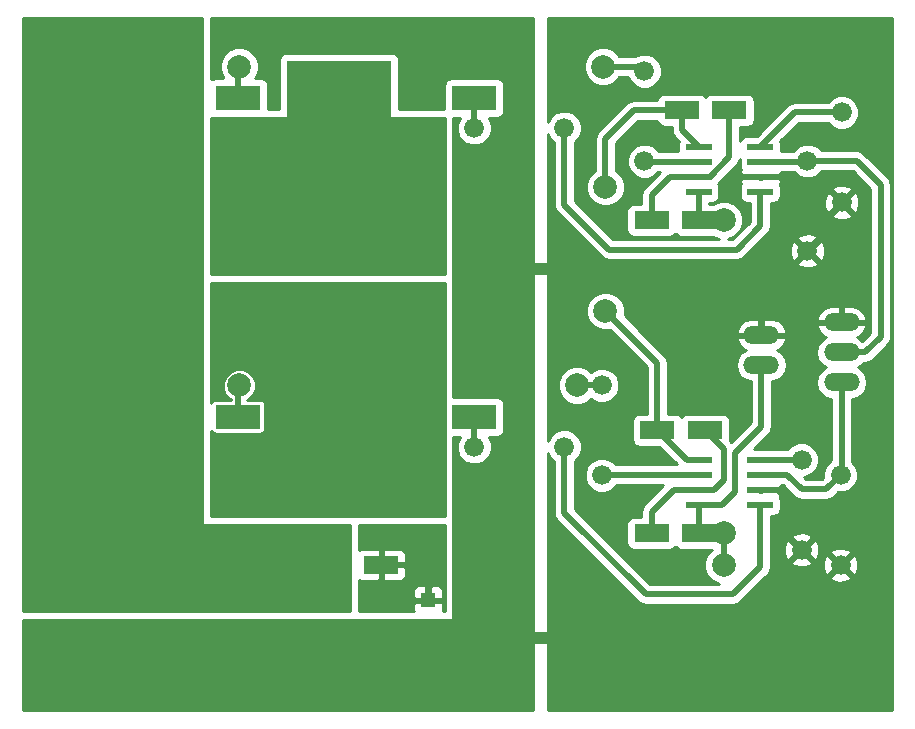
<source format=gbr>
G04 #@! TF.FileFunction,Copper,L2,Bot,Signal*
%FSLAX46Y46*%
G04 Gerber Fmt 4.6, Leading zero omitted, Abs format (unit mm)*
G04 Created by KiCad (PCBNEW 4.0.1-stable) date 2016/02/04 17:10:09*
%MOMM*%
G01*
G04 APERTURE LIST*
%ADD10C,0.100000*%
%ADD11C,1.676400*%
%ADD12R,3.810000X2.082800*%
%ADD13R,8.890000X11.430000*%
%ADD14R,2.999740X1.501140*%
%ADD15R,1.300000X1.300000*%
%ADD16C,1.300000*%
%ADD17R,2.540000X2.540000*%
%ADD18C,2.540000*%
%ADD19O,3.014980X1.506220*%
%ADD20R,2.200000X0.600000*%
%ADD21C,2.000000*%
%ADD22C,0.500000*%
%ADD23C,1.000000*%
%ADD24C,0.254000*%
G04 APERTURE END LIST*
D10*
D11*
X67100000Y-20410000D03*
X67100000Y-12790000D03*
D12*
X38890000Y-7460000D03*
X38890000Y-12540000D03*
D13*
X27460000Y-10000000D03*
D14*
X60498980Y-8500000D03*
X56501020Y-8500000D03*
X58398980Y-35600000D03*
X54401020Y-35600000D03*
D15*
X26000000Y-49000000D03*
D16*
X26000000Y-54000000D03*
D15*
X15000000Y-49000000D03*
D16*
X15000000Y-54000000D03*
X35000000Y-52500000D03*
D15*
X35000000Y-50000000D03*
D14*
X57898980Y-17800000D03*
X53901020Y-17800000D03*
X57898980Y-44300000D03*
X53901020Y-44300000D03*
X27001020Y-47000000D03*
X30998980Y-47000000D03*
D17*
X5000000Y-53540000D03*
D18*
X5000000Y-48460000D03*
D17*
X28000000Y-25540000D03*
D18*
X28000000Y-20460000D03*
D19*
X70000000Y-26460000D03*
X70000000Y-29000000D03*
X70000000Y-31540000D03*
X63200000Y-27530000D03*
X63200000Y-30070000D03*
D12*
X18890000Y-7460000D03*
X18890000Y-12540000D03*
D13*
X7460000Y-10000000D03*
D12*
X18890000Y-34460000D03*
X18890000Y-39540000D03*
D13*
X7460000Y-37000000D03*
D12*
X38890000Y-34460000D03*
X38890000Y-39540000D03*
D13*
X27460000Y-37000000D03*
D20*
X57900000Y-15405000D03*
X57900000Y-14135000D03*
X57900000Y-12865000D03*
X57900000Y-11595000D03*
X63100000Y-11595000D03*
X63100000Y-12865000D03*
X63100000Y-14135000D03*
X63100000Y-15405000D03*
X57900000Y-41905000D03*
X57900000Y-40635000D03*
X57900000Y-39365000D03*
X57900000Y-38095000D03*
X63100000Y-38095000D03*
X63100000Y-39365000D03*
X63100000Y-40635000D03*
X63100000Y-41905000D03*
D11*
X69900000Y-47010000D03*
X69900000Y-39390000D03*
X70000000Y-8690000D03*
X70000000Y-16310000D03*
X66600000Y-38090000D03*
X66600000Y-45710000D03*
X38890000Y-10000000D03*
X46510000Y-10000000D03*
X38890000Y-37000000D03*
X46510000Y-37000000D03*
X53300000Y-5190000D03*
X53300000Y-12810000D03*
X49700000Y-31790000D03*
X49700000Y-39410000D03*
D21*
X50000000Y-15000000D03*
X35000000Y-15000000D03*
X50000000Y-25500000D03*
X35000000Y-25500000D03*
X60000000Y-47000000D03*
X60000000Y-44300000D03*
X60000000Y-17800000D03*
X35000000Y-47000000D03*
X49800000Y-4800000D03*
X19000000Y-4800000D03*
X47600000Y-31800000D03*
X19000000Y-31800000D03*
D22*
X55465000Y-14135000D02*
X57900000Y-14135000D01*
X60498980Y-8500000D02*
X60498980Y-12501020D01*
X60498980Y-12501020D02*
X58865000Y-14135000D01*
X58865000Y-14135000D02*
X57900000Y-14135000D01*
X53901020Y-17800000D02*
X53901020Y-15698980D01*
X53901020Y-15698980D02*
X55465000Y-14135000D01*
X52400000Y-8500000D02*
X56501020Y-8500000D01*
X50000000Y-10900000D02*
X52400000Y-8500000D01*
X50000000Y-15000000D02*
X50000000Y-10900000D01*
X28000000Y-16300000D02*
X33700000Y-16300000D01*
X33700000Y-16300000D02*
X35000000Y-15000000D01*
X56501020Y-8500000D02*
X56501020Y-10196020D01*
X56501020Y-10196020D02*
X57900000Y-11595000D01*
X18890000Y-12540000D02*
X24920000Y-12540000D01*
X24920000Y-12540000D02*
X27460000Y-10000000D01*
X28000000Y-20460000D02*
X28000000Y-16300000D01*
X28000000Y-16300000D02*
X28000000Y-10540000D01*
X28000000Y-10540000D02*
X27460000Y-10000000D01*
X25920000Y-12540000D02*
X27460000Y-11000000D01*
X28000000Y-11540000D02*
X27460000Y-11000000D01*
X60000000Y-37900000D02*
X60000000Y-37200000D01*
X60000000Y-37200000D02*
X58400000Y-35600000D01*
X58400000Y-35600000D02*
X58398980Y-35600000D01*
X60000000Y-37900000D02*
X60000000Y-39800000D01*
X60000000Y-39800000D02*
X59165000Y-40635000D01*
X59165000Y-40635000D02*
X57900000Y-40635000D01*
X53901020Y-44300000D02*
X53901020Y-42498980D01*
X55765000Y-40635000D02*
X57900000Y-40635000D01*
X53901020Y-42498980D02*
X55765000Y-40635000D01*
X57900000Y-38095000D02*
X56896020Y-38095000D01*
X56896020Y-38095000D02*
X54401020Y-35600000D01*
X54401020Y-35600000D02*
X54401020Y-29901020D01*
X34960000Y-25540000D02*
X35000000Y-25500000D01*
X34960000Y-25540000D02*
X28000000Y-25540000D01*
X54401020Y-29901020D02*
X50000000Y-25500000D01*
X18890000Y-39540000D02*
X24920000Y-39540000D01*
X24920000Y-39540000D02*
X27460000Y-37000000D01*
X28000000Y-25540000D02*
X28000000Y-36460000D01*
X28000000Y-36460000D02*
X27460000Y-37000000D01*
X5000000Y-48460000D02*
X5000000Y-39460000D01*
X5000000Y-39460000D02*
X7460000Y-37000000D01*
X15000000Y-49000000D02*
X5540000Y-49000000D01*
X5540000Y-49000000D02*
X5000000Y-48460000D01*
X26000000Y-49000000D02*
X15000000Y-49000000D01*
X26000000Y-49000000D02*
X26000000Y-48001020D01*
X26000000Y-48001020D02*
X27001020Y-47000000D01*
X7460000Y-10000000D02*
X7460000Y-37000000D01*
X63200000Y-27530000D02*
X63200000Y-21900000D01*
X63200000Y-21900000D02*
X63200000Y-22200000D01*
X63200000Y-22200000D02*
X63200000Y-21900000D01*
X70000000Y-26460000D02*
X70000000Y-19000000D01*
X71300000Y-17600000D02*
X71300000Y-18600000D01*
X71300000Y-18600000D02*
X70900000Y-19000000D01*
X70000000Y-19000000D02*
X70000000Y-19200000D01*
X70000000Y-19200000D02*
X70000000Y-19000000D01*
X62810000Y-49500000D02*
X67410000Y-49500000D01*
X67410000Y-49500000D02*
X69900000Y-47010000D01*
X65050000Y-41050000D02*
X65050000Y-44160000D01*
X65050000Y-44160000D02*
X66600000Y-45710000D01*
X69900000Y-47010000D02*
X69790000Y-47010000D01*
X66600000Y-45710000D02*
X66600000Y-45700000D01*
X68500000Y-17400000D02*
X68500000Y-19000000D01*
X65235000Y-14135000D02*
X68500000Y-17400000D01*
X63100000Y-14135000D02*
X65235000Y-14135000D01*
X68500000Y-19000000D02*
X70000000Y-19000000D01*
X70000000Y-19000000D02*
X70900000Y-19000000D01*
X67100000Y-20400000D02*
X68500000Y-19000000D01*
X67100000Y-20410000D02*
X67100000Y-20400000D01*
X70010000Y-16310000D02*
X71300000Y-17600000D01*
X70000000Y-16310000D02*
X70010000Y-16310000D01*
D23*
X38890000Y-12540000D02*
X38890000Y-18590000D01*
X48600000Y-21900000D02*
X63200000Y-21900000D01*
X63200000Y-21900000D02*
X65610000Y-21900000D01*
X38890000Y-18590000D02*
X42200000Y-21900000D01*
X42200000Y-21900000D02*
X48600000Y-21900000D01*
X38890000Y-39540000D02*
X38890000Y-50390000D01*
X59110000Y-53200000D02*
X62810000Y-49500000D01*
X38890000Y-50390000D02*
X41700000Y-53200000D01*
X41700000Y-53200000D02*
X59110000Y-53200000D01*
D22*
X38890000Y-12540000D02*
X39240000Y-12540000D01*
X65610000Y-21900000D02*
X67100000Y-20410000D01*
X63100000Y-40635000D02*
X64635000Y-40635000D01*
X64635000Y-40635000D02*
X65050000Y-41050000D01*
X26000000Y-54000000D02*
X34500000Y-54000000D01*
X34500000Y-54000000D02*
X35000000Y-53500000D01*
X15000000Y-54000000D02*
X26000000Y-54000000D01*
X15000000Y-54000000D02*
X5460000Y-54000000D01*
X5460000Y-54000000D02*
X5000000Y-53540000D01*
X62810000Y-49500000D02*
X66600000Y-45710000D01*
X63200000Y-30070000D02*
X63200000Y-35300000D01*
X59895000Y-41905000D02*
X57900000Y-41905000D01*
X61000000Y-40800000D02*
X59895000Y-41905000D01*
X61000000Y-37500000D02*
X61000000Y-40800000D01*
X63200000Y-35300000D02*
X61000000Y-37500000D01*
X35000000Y-50000000D02*
X35000000Y-47000000D01*
X57898980Y-44300000D02*
X57898980Y-41906020D01*
X57898980Y-41906020D02*
X57900000Y-41905000D01*
X60000000Y-44300000D02*
X60000000Y-47000000D01*
X60000000Y-44300000D02*
X57898980Y-44300000D01*
X57898980Y-17800000D02*
X60000000Y-17800000D01*
X57898980Y-17800000D02*
X57898980Y-15406020D01*
X57898980Y-15406020D02*
X57900000Y-15405000D01*
X30998980Y-47000000D02*
X35000000Y-47000000D01*
X30998980Y-47000000D02*
X32000000Y-47000000D01*
X30998980Y-47000000D02*
X31000000Y-47000000D01*
X70000000Y-29000000D02*
X72000000Y-29000000D01*
X71290000Y-12790000D02*
X67100000Y-12790000D01*
X73300000Y-14800000D02*
X73300000Y-23400000D01*
X71290000Y-12790000D02*
X73300000Y-14800000D01*
X73300000Y-27700000D02*
X73300000Y-23400000D01*
X72000000Y-29000000D02*
X73300000Y-27700000D01*
X63100000Y-12865000D02*
X67025000Y-12865000D01*
X67025000Y-12865000D02*
X67100000Y-12790000D01*
X70000000Y-31540000D02*
X70000000Y-39290000D01*
X70000000Y-39290000D02*
X69900000Y-39390000D01*
X69900000Y-39390000D02*
X69910000Y-39390000D01*
X68690000Y-40600000D02*
X69900000Y-39390000D01*
X66600000Y-40600000D02*
X68690000Y-40600000D01*
X63100000Y-39365000D02*
X65365000Y-39365000D01*
X65365000Y-39365000D02*
X66600000Y-40600000D01*
X49800000Y-4800000D02*
X52910000Y-4800000D01*
X52910000Y-4800000D02*
X53300000Y-5190000D01*
X18890000Y-7460000D02*
X18890000Y-4910000D01*
X18890000Y-4910000D02*
X19000000Y-4800000D01*
X49800000Y-4800000D02*
X49700000Y-4800000D01*
X38890000Y-7460000D02*
X38890000Y-10000000D01*
X49700000Y-31790000D02*
X47610000Y-31790000D01*
X47610000Y-31790000D02*
X47600000Y-31800000D01*
X18890000Y-34460000D02*
X18890000Y-31910000D01*
X18890000Y-31910000D02*
X19000000Y-31800000D01*
X38890000Y-34460000D02*
X38890000Y-37000000D01*
X70000000Y-8690000D02*
X66005000Y-8690000D01*
X66005000Y-8690000D02*
X63100000Y-11595000D01*
X66595000Y-38095000D02*
X66600000Y-38090000D01*
X63100000Y-38095000D02*
X66595000Y-38095000D01*
X46510000Y-10000000D02*
X46510000Y-16510000D01*
X63100000Y-18300000D02*
X63100000Y-15405000D01*
X61100000Y-20300000D02*
X63100000Y-18300000D01*
X50300000Y-20300000D02*
X61100000Y-20300000D01*
X46510000Y-16510000D02*
X50300000Y-20300000D01*
X63100000Y-47200000D02*
X63100000Y-41905000D01*
X60800000Y-49500000D02*
X63100000Y-47200000D01*
X53400000Y-49500000D02*
X60800000Y-49500000D01*
X46510000Y-37000000D02*
X46510000Y-42610000D01*
X46510000Y-42610000D02*
X53400000Y-49500000D01*
X57900000Y-12865000D02*
X53355000Y-12865000D01*
X53355000Y-12865000D02*
X53300000Y-12810000D01*
X57900000Y-39365000D02*
X49745000Y-39365000D01*
X49745000Y-39365000D02*
X49700000Y-39410000D01*
D24*
G36*
X36373000Y-22373000D02*
X16627000Y-22373000D01*
X16627000Y-9127000D01*
X36373000Y-9127000D01*
X36373000Y-22373000D01*
X36373000Y-22373000D01*
G37*
X36373000Y-22373000D02*
X16627000Y-22373000D01*
X16627000Y-9127000D01*
X36373000Y-9127000D01*
X36373000Y-22373000D01*
G36*
X36373000Y-42873000D02*
X16627000Y-42873000D01*
X16627000Y-35648646D01*
X16706546Y-35772265D01*
X16833866Y-35859259D01*
X16985000Y-35889864D01*
X20795000Y-35889864D01*
X20936190Y-35863297D01*
X21065865Y-35779854D01*
X21152859Y-35652534D01*
X21183464Y-35501400D01*
X21183464Y-33418600D01*
X21156897Y-33277410D01*
X21073454Y-33147735D01*
X20946134Y-33060741D01*
X20795000Y-33030136D01*
X19639189Y-33030136D01*
X19781251Y-32971437D01*
X20170072Y-32583295D01*
X20380759Y-32075903D01*
X20381239Y-31526507D01*
X20171437Y-31018749D01*
X19783295Y-30629928D01*
X19275903Y-30419241D01*
X18726507Y-30418761D01*
X18218749Y-30628563D01*
X17829928Y-31016705D01*
X17619241Y-31524097D01*
X17618761Y-32073493D01*
X17828563Y-32581251D01*
X18216705Y-32970072D01*
X18259000Y-32987634D01*
X18259000Y-33030136D01*
X16985000Y-33030136D01*
X16843810Y-33056703D01*
X16714135Y-33140146D01*
X16627141Y-33267466D01*
X16627000Y-33268162D01*
X16627000Y-23127000D01*
X36373000Y-23127000D01*
X36373000Y-42873000D01*
X36373000Y-42873000D01*
G37*
X36373000Y-42873000D02*
X16627000Y-42873000D01*
X16627000Y-35648646D01*
X16706546Y-35772265D01*
X16833866Y-35859259D01*
X16985000Y-35889864D01*
X20795000Y-35889864D01*
X20936190Y-35863297D01*
X21065865Y-35779854D01*
X21152859Y-35652534D01*
X21183464Y-35501400D01*
X21183464Y-33418600D01*
X21156897Y-33277410D01*
X21073454Y-33147735D01*
X20946134Y-33060741D01*
X20795000Y-33030136D01*
X19639189Y-33030136D01*
X19781251Y-32971437D01*
X20170072Y-32583295D01*
X20380759Y-32075903D01*
X20381239Y-31526507D01*
X20171437Y-31018749D01*
X19783295Y-30629928D01*
X19275903Y-30419241D01*
X18726507Y-30418761D01*
X18218749Y-30628563D01*
X17829928Y-31016705D01*
X17619241Y-31524097D01*
X17618761Y-32073493D01*
X17828563Y-32581251D01*
X18216705Y-32970072D01*
X18259000Y-32987634D01*
X18259000Y-33030136D01*
X16985000Y-33030136D01*
X16843810Y-33056703D01*
X16714135Y-33140146D01*
X16627141Y-33267466D01*
X16627000Y-33268162D01*
X16627000Y-23127000D01*
X36373000Y-23127000D01*
X36373000Y-42873000D01*
G36*
X36373000Y-50873000D02*
X36244949Y-50873000D01*
X36285000Y-50776309D01*
X36285000Y-50285750D01*
X36126250Y-50127000D01*
X35127000Y-50127000D01*
X35127000Y-50147000D01*
X34873000Y-50147000D01*
X34873000Y-50127000D01*
X33873750Y-50127000D01*
X33715000Y-50285750D01*
X33715000Y-50776309D01*
X33755051Y-50873000D01*
X29127000Y-50873000D01*
X29127000Y-49223691D01*
X33715000Y-49223691D01*
X33715000Y-49714250D01*
X33873750Y-49873000D01*
X34873000Y-49873000D01*
X34873000Y-48873750D01*
X35127000Y-48873750D01*
X35127000Y-49873000D01*
X36126250Y-49873000D01*
X36285000Y-49714250D01*
X36285000Y-49223691D01*
X36188327Y-48990302D01*
X36009699Y-48811673D01*
X35776310Y-48715000D01*
X35285750Y-48715000D01*
X35127000Y-48873750D01*
X34873000Y-48873750D01*
X34714250Y-48715000D01*
X34223690Y-48715000D01*
X33990301Y-48811673D01*
X33811673Y-48990302D01*
X33715000Y-49223691D01*
X29127000Y-49223691D01*
X29127000Y-48276485D01*
X29139412Y-48288897D01*
X29372801Y-48385570D01*
X30713230Y-48385570D01*
X30871980Y-48226820D01*
X30871980Y-47127000D01*
X31125980Y-47127000D01*
X31125980Y-48226820D01*
X31284730Y-48385570D01*
X32625159Y-48385570D01*
X32858548Y-48288897D01*
X33037177Y-48110269D01*
X33133850Y-47876880D01*
X33133850Y-47285750D01*
X32975100Y-47127000D01*
X31125980Y-47127000D01*
X30871980Y-47127000D01*
X30851980Y-47127000D01*
X30851980Y-46873000D01*
X30871980Y-46873000D01*
X30871980Y-45773180D01*
X31125980Y-45773180D01*
X31125980Y-46873000D01*
X32975100Y-46873000D01*
X33133850Y-46714250D01*
X33133850Y-46123120D01*
X33037177Y-45889731D01*
X32858548Y-45711103D01*
X32625159Y-45614430D01*
X31284730Y-45614430D01*
X31125980Y-45773180D01*
X30871980Y-45773180D01*
X30713230Y-45614430D01*
X29372801Y-45614430D01*
X29139412Y-45711103D01*
X29127000Y-45723515D01*
X29127000Y-43627000D01*
X36373000Y-43627000D01*
X36373000Y-50873000D01*
X36373000Y-50873000D01*
G37*
X36373000Y-50873000D02*
X36244949Y-50873000D01*
X36285000Y-50776309D01*
X36285000Y-50285750D01*
X36126250Y-50127000D01*
X35127000Y-50127000D01*
X35127000Y-50147000D01*
X34873000Y-50147000D01*
X34873000Y-50127000D01*
X33873750Y-50127000D01*
X33715000Y-50285750D01*
X33715000Y-50776309D01*
X33755051Y-50873000D01*
X29127000Y-50873000D01*
X29127000Y-49223691D01*
X33715000Y-49223691D01*
X33715000Y-49714250D01*
X33873750Y-49873000D01*
X34873000Y-49873000D01*
X34873000Y-48873750D01*
X35127000Y-48873750D01*
X35127000Y-49873000D01*
X36126250Y-49873000D01*
X36285000Y-49714250D01*
X36285000Y-49223691D01*
X36188327Y-48990302D01*
X36009699Y-48811673D01*
X35776310Y-48715000D01*
X35285750Y-48715000D01*
X35127000Y-48873750D01*
X34873000Y-48873750D01*
X34714250Y-48715000D01*
X34223690Y-48715000D01*
X33990301Y-48811673D01*
X33811673Y-48990302D01*
X33715000Y-49223691D01*
X29127000Y-49223691D01*
X29127000Y-48276485D01*
X29139412Y-48288897D01*
X29372801Y-48385570D01*
X30713230Y-48385570D01*
X30871980Y-48226820D01*
X30871980Y-47127000D01*
X31125980Y-47127000D01*
X31125980Y-48226820D01*
X31284730Y-48385570D01*
X32625159Y-48385570D01*
X32858548Y-48288897D01*
X33037177Y-48110269D01*
X33133850Y-47876880D01*
X33133850Y-47285750D01*
X32975100Y-47127000D01*
X31125980Y-47127000D01*
X30871980Y-47127000D01*
X30851980Y-47127000D01*
X30851980Y-46873000D01*
X30871980Y-46873000D01*
X30871980Y-45773180D01*
X31125980Y-45773180D01*
X31125980Y-46873000D01*
X32975100Y-46873000D01*
X33133850Y-46714250D01*
X33133850Y-46123120D01*
X33037177Y-45889731D01*
X32858548Y-45711103D01*
X32625159Y-45614430D01*
X31284730Y-45614430D01*
X31125980Y-45773180D01*
X30871980Y-45773180D01*
X30713230Y-45614430D01*
X29372801Y-45614430D01*
X29139412Y-45711103D01*
X29127000Y-45723515D01*
X29127000Y-43627000D01*
X36373000Y-43627000D01*
X36373000Y-50873000D01*
G36*
X43873000Y-59290000D02*
X710000Y-59290000D01*
X710000Y-51627000D01*
X37000000Y-51627000D01*
X37049410Y-51616994D01*
X37091035Y-51588553D01*
X37118315Y-51546159D01*
X37127000Y-51500000D01*
X37127000Y-36148840D01*
X37657406Y-36148840D01*
X37641810Y-36164409D01*
X37417056Y-36705677D01*
X37416545Y-37291752D01*
X37640353Y-37833411D01*
X38054409Y-38248190D01*
X38595677Y-38472944D01*
X39181752Y-38473455D01*
X39723411Y-38249647D01*
X40138190Y-37835591D01*
X40362944Y-37294323D01*
X40363455Y-36708248D01*
X40139647Y-36166589D01*
X40121929Y-36148840D01*
X40795000Y-36148840D01*
X41030317Y-36104562D01*
X41246441Y-35965490D01*
X41391431Y-35753290D01*
X41442440Y-35501400D01*
X41442440Y-33418600D01*
X41398162Y-33183283D01*
X41259090Y-32967159D01*
X41046890Y-32822169D01*
X40795000Y-32771160D01*
X37127000Y-32771160D01*
X37127000Y-9148840D01*
X37657406Y-9148840D01*
X37641810Y-9164409D01*
X37417056Y-9705677D01*
X37416545Y-10291752D01*
X37640353Y-10833411D01*
X38054409Y-11248190D01*
X38595677Y-11472944D01*
X39181752Y-11473455D01*
X39723411Y-11249647D01*
X40138190Y-10835591D01*
X40362944Y-10294323D01*
X40363455Y-9708248D01*
X40139647Y-9166589D01*
X40121929Y-9148840D01*
X40795000Y-9148840D01*
X41030317Y-9104562D01*
X41246441Y-8965490D01*
X41391431Y-8753290D01*
X41442440Y-8501400D01*
X41442440Y-6418600D01*
X41398162Y-6183283D01*
X41259090Y-5967159D01*
X41046890Y-5822169D01*
X40795000Y-5771160D01*
X36985000Y-5771160D01*
X36749683Y-5815438D01*
X36533559Y-5954510D01*
X36388569Y-6166710D01*
X36337560Y-6418600D01*
X36337560Y-8373000D01*
X32552440Y-8373000D01*
X32552440Y-4285000D01*
X32508162Y-4049683D01*
X32369090Y-3833559D01*
X32156890Y-3688569D01*
X31905000Y-3637560D01*
X23015000Y-3637560D01*
X22779683Y-3681838D01*
X22563559Y-3820910D01*
X22418569Y-4033110D01*
X22367560Y-4285000D01*
X22367560Y-8373000D01*
X21442440Y-8373000D01*
X21442440Y-6418600D01*
X21398162Y-6183283D01*
X21259090Y-5967159D01*
X21046890Y-5822169D01*
X20795000Y-5771160D01*
X20341404Y-5771160D01*
X20385278Y-5727363D01*
X20634716Y-5126648D01*
X20635284Y-4476205D01*
X20386894Y-3875057D01*
X19927363Y-3414722D01*
X19326648Y-3165284D01*
X18676205Y-3164716D01*
X18075057Y-3413106D01*
X17614722Y-3872637D01*
X17365284Y-4473352D01*
X17364716Y-5123795D01*
X17613106Y-5724943D01*
X17659242Y-5771160D01*
X16985000Y-5771160D01*
X16749683Y-5815438D01*
X16627000Y-5894382D01*
X16627000Y-710000D01*
X43873000Y-710000D01*
X43873000Y-59290000D01*
X43873000Y-59290000D01*
G37*
X43873000Y-59290000D02*
X710000Y-59290000D01*
X710000Y-51627000D01*
X37000000Y-51627000D01*
X37049410Y-51616994D01*
X37091035Y-51588553D01*
X37118315Y-51546159D01*
X37127000Y-51500000D01*
X37127000Y-36148840D01*
X37657406Y-36148840D01*
X37641810Y-36164409D01*
X37417056Y-36705677D01*
X37416545Y-37291752D01*
X37640353Y-37833411D01*
X38054409Y-38248190D01*
X38595677Y-38472944D01*
X39181752Y-38473455D01*
X39723411Y-38249647D01*
X40138190Y-37835591D01*
X40362944Y-37294323D01*
X40363455Y-36708248D01*
X40139647Y-36166589D01*
X40121929Y-36148840D01*
X40795000Y-36148840D01*
X41030317Y-36104562D01*
X41246441Y-35965490D01*
X41391431Y-35753290D01*
X41442440Y-35501400D01*
X41442440Y-33418600D01*
X41398162Y-33183283D01*
X41259090Y-32967159D01*
X41046890Y-32822169D01*
X40795000Y-32771160D01*
X37127000Y-32771160D01*
X37127000Y-9148840D01*
X37657406Y-9148840D01*
X37641810Y-9164409D01*
X37417056Y-9705677D01*
X37416545Y-10291752D01*
X37640353Y-10833411D01*
X38054409Y-11248190D01*
X38595677Y-11472944D01*
X39181752Y-11473455D01*
X39723411Y-11249647D01*
X40138190Y-10835591D01*
X40362944Y-10294323D01*
X40363455Y-9708248D01*
X40139647Y-9166589D01*
X40121929Y-9148840D01*
X40795000Y-9148840D01*
X41030317Y-9104562D01*
X41246441Y-8965490D01*
X41391431Y-8753290D01*
X41442440Y-8501400D01*
X41442440Y-6418600D01*
X41398162Y-6183283D01*
X41259090Y-5967159D01*
X41046890Y-5822169D01*
X40795000Y-5771160D01*
X36985000Y-5771160D01*
X36749683Y-5815438D01*
X36533559Y-5954510D01*
X36388569Y-6166710D01*
X36337560Y-6418600D01*
X36337560Y-8373000D01*
X32552440Y-8373000D01*
X32552440Y-4285000D01*
X32508162Y-4049683D01*
X32369090Y-3833559D01*
X32156890Y-3688569D01*
X31905000Y-3637560D01*
X23015000Y-3637560D01*
X22779683Y-3681838D01*
X22563559Y-3820910D01*
X22418569Y-4033110D01*
X22367560Y-4285000D01*
X22367560Y-8373000D01*
X21442440Y-8373000D01*
X21442440Y-6418600D01*
X21398162Y-6183283D01*
X21259090Y-5967159D01*
X21046890Y-5822169D01*
X20795000Y-5771160D01*
X20341404Y-5771160D01*
X20385278Y-5727363D01*
X20634716Y-5126648D01*
X20635284Y-4476205D01*
X20386894Y-3875057D01*
X19927363Y-3414722D01*
X19326648Y-3165284D01*
X18676205Y-3164716D01*
X18075057Y-3413106D01*
X17614722Y-3872637D01*
X17365284Y-4473352D01*
X17364716Y-5123795D01*
X17613106Y-5724943D01*
X17659242Y-5771160D01*
X16985000Y-5771160D01*
X16749683Y-5815438D01*
X16627000Y-5894382D01*
X16627000Y-710000D01*
X43873000Y-710000D01*
X43873000Y-59290000D01*
G36*
X15873000Y-43500000D02*
X15883006Y-43549410D01*
X15911447Y-43591035D01*
X15953841Y-43618315D01*
X16000000Y-43627000D01*
X28373000Y-43627000D01*
X28373000Y-50873000D01*
X710000Y-50873000D01*
X710000Y-710000D01*
X15873000Y-710000D01*
X15873000Y-43500000D01*
X15873000Y-43500000D01*
G37*
X15873000Y-43500000D02*
X15883006Y-43549410D01*
X15911447Y-43591035D01*
X15953841Y-43618315D01*
X16000000Y-43627000D01*
X28373000Y-43627000D01*
X28373000Y-50873000D01*
X710000Y-50873000D01*
X710000Y-710000D01*
X15873000Y-710000D01*
X15873000Y-43500000D01*
G36*
X74290000Y-59290000D02*
X45127000Y-59290000D01*
X45127000Y-37510671D01*
X45260353Y-37833411D01*
X45625000Y-38198695D01*
X45625000Y-42609995D01*
X45624999Y-42610000D01*
X45681190Y-42892484D01*
X45692367Y-42948675D01*
X45783683Y-43085340D01*
X45884210Y-43235790D01*
X52774208Y-50125787D01*
X52774210Y-50125790D01*
X53061325Y-50317633D01*
X53400000Y-50385000D01*
X60799995Y-50385000D01*
X60800000Y-50385001D01*
X61082484Y-50328810D01*
X61138675Y-50317633D01*
X61425790Y-50125790D01*
X61425791Y-50125789D01*
X63506166Y-48045413D01*
X69044192Y-48045413D01*
X69123017Y-48295490D01*
X69674097Y-48494977D01*
X70259569Y-48468389D01*
X70676983Y-48295490D01*
X70755808Y-48045413D01*
X69900000Y-47189605D01*
X69044192Y-48045413D01*
X63506166Y-48045413D01*
X63725787Y-47825792D01*
X63725790Y-47825790D01*
X63917633Y-47538675D01*
X63985001Y-47200000D01*
X63985000Y-47199995D01*
X63985000Y-46745413D01*
X65744192Y-46745413D01*
X65823017Y-46995490D01*
X66374097Y-47194977D01*
X66959569Y-47168389D01*
X67376983Y-46995490D01*
X67443614Y-46784097D01*
X68415023Y-46784097D01*
X68441611Y-47369569D01*
X68614510Y-47786983D01*
X68864587Y-47865808D01*
X69720395Y-47010000D01*
X70079605Y-47010000D01*
X70935413Y-47865808D01*
X71185490Y-47786983D01*
X71384977Y-47235903D01*
X71358389Y-46650431D01*
X71185490Y-46233017D01*
X70935413Y-46154192D01*
X70079605Y-47010000D01*
X69720395Y-47010000D01*
X68864587Y-46154192D01*
X68614510Y-46233017D01*
X68415023Y-46784097D01*
X67443614Y-46784097D01*
X67455808Y-46745413D01*
X66600000Y-45889605D01*
X65744192Y-46745413D01*
X63985000Y-46745413D01*
X63985000Y-45484097D01*
X65115023Y-45484097D01*
X65141611Y-46069569D01*
X65314510Y-46486983D01*
X65564587Y-46565808D01*
X66420395Y-45710000D01*
X66779605Y-45710000D01*
X67635413Y-46565808D01*
X67885490Y-46486983D01*
X68070973Y-45974587D01*
X69044192Y-45974587D01*
X69900000Y-46830395D01*
X70755808Y-45974587D01*
X70676983Y-45724510D01*
X70125903Y-45525023D01*
X69540431Y-45551611D01*
X69123017Y-45724510D01*
X69044192Y-45974587D01*
X68070973Y-45974587D01*
X68084977Y-45935903D01*
X68058389Y-45350431D01*
X67885490Y-44933017D01*
X67635413Y-44854192D01*
X66779605Y-45710000D01*
X66420395Y-45710000D01*
X65564587Y-44854192D01*
X65314510Y-44933017D01*
X65115023Y-45484097D01*
X63985000Y-45484097D01*
X63985000Y-44674587D01*
X65744192Y-44674587D01*
X66600000Y-45530395D01*
X67455808Y-44674587D01*
X67376983Y-44424510D01*
X66825903Y-44225023D01*
X66240431Y-44251611D01*
X65823017Y-44424510D01*
X65744192Y-44674587D01*
X63985000Y-44674587D01*
X63985000Y-42852440D01*
X64200000Y-42852440D01*
X64435317Y-42808162D01*
X64651441Y-42669090D01*
X64796431Y-42456890D01*
X64847440Y-42205000D01*
X64847440Y-41605000D01*
X64803162Y-41369683D01*
X64744821Y-41279019D01*
X64835000Y-41061309D01*
X64835000Y-40920750D01*
X64676250Y-40762000D01*
X63227000Y-40762000D01*
X63227000Y-40782000D01*
X62973000Y-40782000D01*
X62973000Y-40762000D01*
X62953000Y-40762000D01*
X62953000Y-40508000D01*
X62973000Y-40508000D01*
X62973000Y-40488000D01*
X63227000Y-40488000D01*
X63227000Y-40508000D01*
X64676250Y-40508000D01*
X64835000Y-40349250D01*
X64835000Y-40250000D01*
X64998420Y-40250000D01*
X65974208Y-41225787D01*
X65974210Y-41225790D01*
X66261325Y-41417633D01*
X66302328Y-41425789D01*
X66600000Y-41485001D01*
X66600005Y-41485000D01*
X68689995Y-41485000D01*
X68690000Y-41485001D01*
X68987672Y-41425789D01*
X69028675Y-41417633D01*
X69315790Y-41225790D01*
X69678572Y-40863008D01*
X70191752Y-40863455D01*
X70733411Y-40639647D01*
X71148190Y-40225591D01*
X71372944Y-39684323D01*
X71373455Y-39098248D01*
X71149647Y-38556589D01*
X70885000Y-38291480D01*
X70885000Y-32910477D01*
X71327561Y-32822446D01*
X71777896Y-32521542D01*
X72078800Y-32071207D01*
X72184464Y-31540000D01*
X72078800Y-31008793D01*
X71777896Y-30558458D01*
X71346188Y-30270000D01*
X71777896Y-29981542D01*
X71842403Y-29885000D01*
X71999995Y-29885000D01*
X72000000Y-29885001D01*
X72282484Y-29828810D01*
X72338675Y-29817633D01*
X72625790Y-29625790D01*
X73925787Y-28325792D01*
X73925790Y-28325790D01*
X74117633Y-28038675D01*
X74155539Y-27848110D01*
X74185001Y-27700000D01*
X74185000Y-27699995D01*
X74185000Y-14800005D01*
X74185001Y-14800000D01*
X74117633Y-14461325D01*
X74090522Y-14420750D01*
X73925790Y-14174210D01*
X73925787Y-14174208D01*
X71915790Y-12164210D01*
X71821054Y-12100910D01*
X71628675Y-11972367D01*
X71538395Y-11954409D01*
X71290000Y-11904999D01*
X71289995Y-11905000D01*
X68298148Y-11905000D01*
X67935591Y-11541810D01*
X67394323Y-11317056D01*
X66808248Y-11316545D01*
X66266589Y-11540353D01*
X65851810Y-11954409D01*
X65841184Y-11980000D01*
X64830227Y-11980000D01*
X64847440Y-11895000D01*
X64847440Y-11295000D01*
X64816423Y-11130157D01*
X66371579Y-9575000D01*
X68801852Y-9575000D01*
X69164409Y-9938190D01*
X69705677Y-10162944D01*
X70291752Y-10163455D01*
X70833411Y-9939647D01*
X71248190Y-9525591D01*
X71472944Y-8984323D01*
X71473455Y-8398248D01*
X71249647Y-7856589D01*
X70835591Y-7441810D01*
X70294323Y-7217056D01*
X69708248Y-7216545D01*
X69166589Y-7440353D01*
X68801305Y-7805000D01*
X66005000Y-7805000D01*
X65666325Y-7872367D01*
X65379210Y-8064210D01*
X65379208Y-8064213D01*
X62795860Y-10647560D01*
X62000000Y-10647560D01*
X61764683Y-10691838D01*
X61548559Y-10830910D01*
X61403569Y-11043110D01*
X61383980Y-11139843D01*
X61383980Y-9898010D01*
X61998850Y-9898010D01*
X62234167Y-9853732D01*
X62450291Y-9714660D01*
X62595281Y-9502460D01*
X62646290Y-9250570D01*
X62646290Y-7749430D01*
X62602012Y-7514113D01*
X62462940Y-7297989D01*
X62250740Y-7152999D01*
X61998850Y-7101990D01*
X58999110Y-7101990D01*
X58763793Y-7146268D01*
X58547669Y-7285340D01*
X58500893Y-7353799D01*
X58464980Y-7297989D01*
X58252780Y-7152999D01*
X58000890Y-7101990D01*
X55001150Y-7101990D01*
X54765833Y-7146268D01*
X54549709Y-7285340D01*
X54404719Y-7497540D01*
X54380933Y-7615000D01*
X52400005Y-7615000D01*
X52400000Y-7614999D01*
X52061326Y-7682366D01*
X52061324Y-7682367D01*
X52061325Y-7682367D01*
X51774210Y-7874210D01*
X51774208Y-7874213D01*
X49374210Y-10274210D01*
X49182367Y-10561325D01*
X49182367Y-10561326D01*
X49114999Y-10900000D01*
X49115000Y-10900005D01*
X49115000Y-13596602D01*
X49075057Y-13613106D01*
X48614722Y-14072637D01*
X48365284Y-14673352D01*
X48364716Y-15323795D01*
X48613106Y-15924943D01*
X49072637Y-16385278D01*
X49673352Y-16634716D01*
X50323795Y-16635284D01*
X50924943Y-16386894D01*
X51385278Y-15927363D01*
X51634716Y-15326648D01*
X51635284Y-14676205D01*
X51386894Y-14075057D01*
X50927363Y-13614722D01*
X50885000Y-13597131D01*
X50885000Y-11266580D01*
X52766579Y-9385000D01*
X54379005Y-9385000D01*
X54397988Y-9485887D01*
X54537060Y-9702011D01*
X54749260Y-9847001D01*
X55001150Y-9898010D01*
X55616020Y-9898010D01*
X55616020Y-10196015D01*
X55616019Y-10196020D01*
X55672210Y-10478504D01*
X55683387Y-10534695D01*
X55875230Y-10821810D01*
X56185543Y-11132123D01*
X56152560Y-11295000D01*
X56152560Y-11895000D01*
X56168554Y-11980000D01*
X54551056Y-11980000D01*
X54549647Y-11976589D01*
X54135591Y-11561810D01*
X53594323Y-11337056D01*
X53008248Y-11336545D01*
X52466589Y-11560353D01*
X52051810Y-11974409D01*
X51827056Y-12515677D01*
X51826545Y-13101752D01*
X52050353Y-13643411D01*
X52464409Y-14058190D01*
X53005677Y-14282944D01*
X53591752Y-14283455D01*
X54133411Y-14059647D01*
X54443599Y-13750000D01*
X54598421Y-13750000D01*
X53275230Y-15073190D01*
X53083387Y-15360305D01*
X53083387Y-15360306D01*
X53016019Y-15698980D01*
X53016020Y-15698985D01*
X53016020Y-16401990D01*
X52401150Y-16401990D01*
X52165833Y-16446268D01*
X51949709Y-16585340D01*
X51804719Y-16797540D01*
X51753710Y-17049430D01*
X51753710Y-18550570D01*
X51797988Y-18785887D01*
X51937060Y-19002011D01*
X52149260Y-19147001D01*
X52401150Y-19198010D01*
X55400890Y-19198010D01*
X55636207Y-19153732D01*
X55852331Y-19014660D01*
X55899107Y-18946201D01*
X55935020Y-19002011D01*
X56147220Y-19147001D01*
X56399110Y-19198010D01*
X59103299Y-19198010D01*
X59625870Y-19415000D01*
X50666579Y-19415000D01*
X47395000Y-16143420D01*
X47395000Y-11198148D01*
X47758190Y-10835591D01*
X47982944Y-10294323D01*
X47983455Y-9708248D01*
X47759647Y-9166589D01*
X47345591Y-8751810D01*
X46804323Y-8527056D01*
X46218248Y-8526545D01*
X45676589Y-8750353D01*
X45261810Y-9164409D01*
X45127000Y-9489068D01*
X45127000Y-5123795D01*
X48164716Y-5123795D01*
X48413106Y-5724943D01*
X48872637Y-6185278D01*
X49473352Y-6434716D01*
X50123795Y-6435284D01*
X50724943Y-6186894D01*
X51185278Y-5727363D01*
X51202869Y-5685000D01*
X51910525Y-5685000D01*
X52050353Y-6023411D01*
X52464409Y-6438190D01*
X53005677Y-6662944D01*
X53591752Y-6663455D01*
X54133411Y-6439647D01*
X54548190Y-6025591D01*
X54772944Y-5484323D01*
X54773455Y-4898248D01*
X54549647Y-4356589D01*
X54135591Y-3941810D01*
X53594323Y-3717056D01*
X53008248Y-3716545D01*
X52527948Y-3915000D01*
X51203398Y-3915000D01*
X51186894Y-3875057D01*
X50727363Y-3414722D01*
X50126648Y-3165284D01*
X49476205Y-3164716D01*
X48875057Y-3413106D01*
X48414722Y-3872637D01*
X48165284Y-4473352D01*
X48164716Y-5123795D01*
X45127000Y-5123795D01*
X45127000Y-710000D01*
X74290000Y-710000D01*
X74290000Y-59290000D01*
X74290000Y-59290000D01*
G37*
X74290000Y-59290000D02*
X45127000Y-59290000D01*
X45127000Y-37510671D01*
X45260353Y-37833411D01*
X45625000Y-38198695D01*
X45625000Y-42609995D01*
X45624999Y-42610000D01*
X45681190Y-42892484D01*
X45692367Y-42948675D01*
X45783683Y-43085340D01*
X45884210Y-43235790D01*
X52774208Y-50125787D01*
X52774210Y-50125790D01*
X53061325Y-50317633D01*
X53400000Y-50385000D01*
X60799995Y-50385000D01*
X60800000Y-50385001D01*
X61082484Y-50328810D01*
X61138675Y-50317633D01*
X61425790Y-50125790D01*
X61425791Y-50125789D01*
X63506166Y-48045413D01*
X69044192Y-48045413D01*
X69123017Y-48295490D01*
X69674097Y-48494977D01*
X70259569Y-48468389D01*
X70676983Y-48295490D01*
X70755808Y-48045413D01*
X69900000Y-47189605D01*
X69044192Y-48045413D01*
X63506166Y-48045413D01*
X63725787Y-47825792D01*
X63725790Y-47825790D01*
X63917633Y-47538675D01*
X63985001Y-47200000D01*
X63985000Y-47199995D01*
X63985000Y-46745413D01*
X65744192Y-46745413D01*
X65823017Y-46995490D01*
X66374097Y-47194977D01*
X66959569Y-47168389D01*
X67376983Y-46995490D01*
X67443614Y-46784097D01*
X68415023Y-46784097D01*
X68441611Y-47369569D01*
X68614510Y-47786983D01*
X68864587Y-47865808D01*
X69720395Y-47010000D01*
X70079605Y-47010000D01*
X70935413Y-47865808D01*
X71185490Y-47786983D01*
X71384977Y-47235903D01*
X71358389Y-46650431D01*
X71185490Y-46233017D01*
X70935413Y-46154192D01*
X70079605Y-47010000D01*
X69720395Y-47010000D01*
X68864587Y-46154192D01*
X68614510Y-46233017D01*
X68415023Y-46784097D01*
X67443614Y-46784097D01*
X67455808Y-46745413D01*
X66600000Y-45889605D01*
X65744192Y-46745413D01*
X63985000Y-46745413D01*
X63985000Y-45484097D01*
X65115023Y-45484097D01*
X65141611Y-46069569D01*
X65314510Y-46486983D01*
X65564587Y-46565808D01*
X66420395Y-45710000D01*
X66779605Y-45710000D01*
X67635413Y-46565808D01*
X67885490Y-46486983D01*
X68070973Y-45974587D01*
X69044192Y-45974587D01*
X69900000Y-46830395D01*
X70755808Y-45974587D01*
X70676983Y-45724510D01*
X70125903Y-45525023D01*
X69540431Y-45551611D01*
X69123017Y-45724510D01*
X69044192Y-45974587D01*
X68070973Y-45974587D01*
X68084977Y-45935903D01*
X68058389Y-45350431D01*
X67885490Y-44933017D01*
X67635413Y-44854192D01*
X66779605Y-45710000D01*
X66420395Y-45710000D01*
X65564587Y-44854192D01*
X65314510Y-44933017D01*
X65115023Y-45484097D01*
X63985000Y-45484097D01*
X63985000Y-44674587D01*
X65744192Y-44674587D01*
X66600000Y-45530395D01*
X67455808Y-44674587D01*
X67376983Y-44424510D01*
X66825903Y-44225023D01*
X66240431Y-44251611D01*
X65823017Y-44424510D01*
X65744192Y-44674587D01*
X63985000Y-44674587D01*
X63985000Y-42852440D01*
X64200000Y-42852440D01*
X64435317Y-42808162D01*
X64651441Y-42669090D01*
X64796431Y-42456890D01*
X64847440Y-42205000D01*
X64847440Y-41605000D01*
X64803162Y-41369683D01*
X64744821Y-41279019D01*
X64835000Y-41061309D01*
X64835000Y-40920750D01*
X64676250Y-40762000D01*
X63227000Y-40762000D01*
X63227000Y-40782000D01*
X62973000Y-40782000D01*
X62973000Y-40762000D01*
X62953000Y-40762000D01*
X62953000Y-40508000D01*
X62973000Y-40508000D01*
X62973000Y-40488000D01*
X63227000Y-40488000D01*
X63227000Y-40508000D01*
X64676250Y-40508000D01*
X64835000Y-40349250D01*
X64835000Y-40250000D01*
X64998420Y-40250000D01*
X65974208Y-41225787D01*
X65974210Y-41225790D01*
X66261325Y-41417633D01*
X66302328Y-41425789D01*
X66600000Y-41485001D01*
X66600005Y-41485000D01*
X68689995Y-41485000D01*
X68690000Y-41485001D01*
X68987672Y-41425789D01*
X69028675Y-41417633D01*
X69315790Y-41225790D01*
X69678572Y-40863008D01*
X70191752Y-40863455D01*
X70733411Y-40639647D01*
X71148190Y-40225591D01*
X71372944Y-39684323D01*
X71373455Y-39098248D01*
X71149647Y-38556589D01*
X70885000Y-38291480D01*
X70885000Y-32910477D01*
X71327561Y-32822446D01*
X71777896Y-32521542D01*
X72078800Y-32071207D01*
X72184464Y-31540000D01*
X72078800Y-31008793D01*
X71777896Y-30558458D01*
X71346188Y-30270000D01*
X71777896Y-29981542D01*
X71842403Y-29885000D01*
X71999995Y-29885000D01*
X72000000Y-29885001D01*
X72282484Y-29828810D01*
X72338675Y-29817633D01*
X72625790Y-29625790D01*
X73925787Y-28325792D01*
X73925790Y-28325790D01*
X74117633Y-28038675D01*
X74155539Y-27848110D01*
X74185001Y-27700000D01*
X74185000Y-27699995D01*
X74185000Y-14800005D01*
X74185001Y-14800000D01*
X74117633Y-14461325D01*
X74090522Y-14420750D01*
X73925790Y-14174210D01*
X73925787Y-14174208D01*
X71915790Y-12164210D01*
X71821054Y-12100910D01*
X71628675Y-11972367D01*
X71538395Y-11954409D01*
X71290000Y-11904999D01*
X71289995Y-11905000D01*
X68298148Y-11905000D01*
X67935591Y-11541810D01*
X67394323Y-11317056D01*
X66808248Y-11316545D01*
X66266589Y-11540353D01*
X65851810Y-11954409D01*
X65841184Y-11980000D01*
X64830227Y-11980000D01*
X64847440Y-11895000D01*
X64847440Y-11295000D01*
X64816423Y-11130157D01*
X66371579Y-9575000D01*
X68801852Y-9575000D01*
X69164409Y-9938190D01*
X69705677Y-10162944D01*
X70291752Y-10163455D01*
X70833411Y-9939647D01*
X71248190Y-9525591D01*
X71472944Y-8984323D01*
X71473455Y-8398248D01*
X71249647Y-7856589D01*
X70835591Y-7441810D01*
X70294323Y-7217056D01*
X69708248Y-7216545D01*
X69166589Y-7440353D01*
X68801305Y-7805000D01*
X66005000Y-7805000D01*
X65666325Y-7872367D01*
X65379210Y-8064210D01*
X65379208Y-8064213D01*
X62795860Y-10647560D01*
X62000000Y-10647560D01*
X61764683Y-10691838D01*
X61548559Y-10830910D01*
X61403569Y-11043110D01*
X61383980Y-11139843D01*
X61383980Y-9898010D01*
X61998850Y-9898010D01*
X62234167Y-9853732D01*
X62450291Y-9714660D01*
X62595281Y-9502460D01*
X62646290Y-9250570D01*
X62646290Y-7749430D01*
X62602012Y-7514113D01*
X62462940Y-7297989D01*
X62250740Y-7152999D01*
X61998850Y-7101990D01*
X58999110Y-7101990D01*
X58763793Y-7146268D01*
X58547669Y-7285340D01*
X58500893Y-7353799D01*
X58464980Y-7297989D01*
X58252780Y-7152999D01*
X58000890Y-7101990D01*
X55001150Y-7101990D01*
X54765833Y-7146268D01*
X54549709Y-7285340D01*
X54404719Y-7497540D01*
X54380933Y-7615000D01*
X52400005Y-7615000D01*
X52400000Y-7614999D01*
X52061326Y-7682366D01*
X52061324Y-7682367D01*
X52061325Y-7682367D01*
X51774210Y-7874210D01*
X51774208Y-7874213D01*
X49374210Y-10274210D01*
X49182367Y-10561325D01*
X49182367Y-10561326D01*
X49114999Y-10900000D01*
X49115000Y-10900005D01*
X49115000Y-13596602D01*
X49075057Y-13613106D01*
X48614722Y-14072637D01*
X48365284Y-14673352D01*
X48364716Y-15323795D01*
X48613106Y-15924943D01*
X49072637Y-16385278D01*
X49673352Y-16634716D01*
X50323795Y-16635284D01*
X50924943Y-16386894D01*
X51385278Y-15927363D01*
X51634716Y-15326648D01*
X51635284Y-14676205D01*
X51386894Y-14075057D01*
X50927363Y-13614722D01*
X50885000Y-13597131D01*
X50885000Y-11266580D01*
X52766579Y-9385000D01*
X54379005Y-9385000D01*
X54397988Y-9485887D01*
X54537060Y-9702011D01*
X54749260Y-9847001D01*
X55001150Y-9898010D01*
X55616020Y-9898010D01*
X55616020Y-10196015D01*
X55616019Y-10196020D01*
X55672210Y-10478504D01*
X55683387Y-10534695D01*
X55875230Y-10821810D01*
X56185543Y-11132123D01*
X56152560Y-11295000D01*
X56152560Y-11895000D01*
X56168554Y-11980000D01*
X54551056Y-11980000D01*
X54549647Y-11976589D01*
X54135591Y-11561810D01*
X53594323Y-11337056D01*
X53008248Y-11336545D01*
X52466589Y-11560353D01*
X52051810Y-11974409D01*
X51827056Y-12515677D01*
X51826545Y-13101752D01*
X52050353Y-13643411D01*
X52464409Y-14058190D01*
X53005677Y-14282944D01*
X53591752Y-14283455D01*
X54133411Y-14059647D01*
X54443599Y-13750000D01*
X54598421Y-13750000D01*
X53275230Y-15073190D01*
X53083387Y-15360305D01*
X53083387Y-15360306D01*
X53016019Y-15698980D01*
X53016020Y-15698985D01*
X53016020Y-16401990D01*
X52401150Y-16401990D01*
X52165833Y-16446268D01*
X51949709Y-16585340D01*
X51804719Y-16797540D01*
X51753710Y-17049430D01*
X51753710Y-18550570D01*
X51797988Y-18785887D01*
X51937060Y-19002011D01*
X52149260Y-19147001D01*
X52401150Y-19198010D01*
X55400890Y-19198010D01*
X55636207Y-19153732D01*
X55852331Y-19014660D01*
X55899107Y-18946201D01*
X55935020Y-19002011D01*
X56147220Y-19147001D01*
X56399110Y-19198010D01*
X59103299Y-19198010D01*
X59625870Y-19415000D01*
X50666579Y-19415000D01*
X47395000Y-16143420D01*
X47395000Y-11198148D01*
X47758190Y-10835591D01*
X47982944Y-10294323D01*
X47983455Y-9708248D01*
X47759647Y-9166589D01*
X47345591Y-8751810D01*
X46804323Y-8527056D01*
X46218248Y-8526545D01*
X45676589Y-8750353D01*
X45261810Y-9164409D01*
X45127000Y-9489068D01*
X45127000Y-5123795D01*
X48164716Y-5123795D01*
X48413106Y-5724943D01*
X48872637Y-6185278D01*
X49473352Y-6434716D01*
X50123795Y-6435284D01*
X50724943Y-6186894D01*
X51185278Y-5727363D01*
X51202869Y-5685000D01*
X51910525Y-5685000D01*
X52050353Y-6023411D01*
X52464409Y-6438190D01*
X53005677Y-6662944D01*
X53591752Y-6663455D01*
X54133411Y-6439647D01*
X54548190Y-6025591D01*
X54772944Y-5484323D01*
X54773455Y-4898248D01*
X54549647Y-4356589D01*
X54135591Y-3941810D01*
X53594323Y-3717056D01*
X53008248Y-3716545D01*
X52527948Y-3915000D01*
X51203398Y-3915000D01*
X51186894Y-3875057D01*
X50727363Y-3414722D01*
X50126648Y-3165284D01*
X49476205Y-3164716D01*
X48875057Y-3413106D01*
X48414722Y-3872637D01*
X48165284Y-4473352D01*
X48164716Y-5123795D01*
X45127000Y-5123795D01*
X45127000Y-710000D01*
X74290000Y-710000D01*
X74290000Y-59290000D01*
G36*
X45260353Y-10833411D02*
X45625000Y-11198695D01*
X45625000Y-16509995D01*
X45624999Y-16510000D01*
X45656740Y-16669569D01*
X45692367Y-16848675D01*
X45884210Y-17135790D01*
X49674208Y-20925787D01*
X49674210Y-20925790D01*
X49961325Y-21117633D01*
X50300000Y-21185000D01*
X61099995Y-21185000D01*
X61100000Y-21185001D01*
X61382484Y-21128810D01*
X61438675Y-21117633D01*
X61725790Y-20925790D01*
X61725791Y-20925789D01*
X62467482Y-20184097D01*
X65615023Y-20184097D01*
X65641611Y-20769569D01*
X65814510Y-21186983D01*
X66064587Y-21265808D01*
X66920395Y-20410000D01*
X67279605Y-20410000D01*
X68135413Y-21265808D01*
X68385490Y-21186983D01*
X68584977Y-20635903D01*
X68558389Y-20050431D01*
X68385490Y-19633017D01*
X68135413Y-19554192D01*
X67279605Y-20410000D01*
X66920395Y-20410000D01*
X66064587Y-19554192D01*
X65814510Y-19633017D01*
X65615023Y-20184097D01*
X62467482Y-20184097D01*
X63276992Y-19374587D01*
X66244192Y-19374587D01*
X67100000Y-20230395D01*
X67955808Y-19374587D01*
X67876983Y-19124510D01*
X67325903Y-18925023D01*
X66740431Y-18951611D01*
X66323017Y-19124510D01*
X66244192Y-19374587D01*
X63276992Y-19374587D01*
X63725787Y-18925792D01*
X63725790Y-18925790D01*
X63917633Y-18638675D01*
X63921819Y-18617633D01*
X63985001Y-18300000D01*
X63985000Y-18299995D01*
X63985000Y-17345413D01*
X69144192Y-17345413D01*
X69223017Y-17595490D01*
X69774097Y-17794977D01*
X70359569Y-17768389D01*
X70776983Y-17595490D01*
X70855808Y-17345413D01*
X70000000Y-16489605D01*
X69144192Y-17345413D01*
X63985000Y-17345413D01*
X63985000Y-16352440D01*
X64200000Y-16352440D01*
X64435317Y-16308162D01*
X64651441Y-16169090D01*
X64709514Y-16084097D01*
X68515023Y-16084097D01*
X68541611Y-16669569D01*
X68714510Y-17086983D01*
X68964587Y-17165808D01*
X69820395Y-16310000D01*
X70179605Y-16310000D01*
X71035413Y-17165808D01*
X71285490Y-17086983D01*
X71484977Y-16535903D01*
X71458389Y-15950431D01*
X71285490Y-15533017D01*
X71035413Y-15454192D01*
X70179605Y-16310000D01*
X69820395Y-16310000D01*
X68964587Y-15454192D01*
X68714510Y-15533017D01*
X68515023Y-16084097D01*
X64709514Y-16084097D01*
X64796431Y-15956890D01*
X64847440Y-15705000D01*
X64847440Y-15274587D01*
X69144192Y-15274587D01*
X70000000Y-16130395D01*
X70855808Y-15274587D01*
X70776983Y-15024510D01*
X70225903Y-14825023D01*
X69640431Y-14851611D01*
X69223017Y-15024510D01*
X69144192Y-15274587D01*
X64847440Y-15274587D01*
X64847440Y-15105000D01*
X64803162Y-14869683D01*
X64744821Y-14779019D01*
X64835000Y-14561309D01*
X64835000Y-14420750D01*
X64676250Y-14262000D01*
X63227000Y-14262000D01*
X63227000Y-14282000D01*
X62973000Y-14282000D01*
X62973000Y-14262000D01*
X61523750Y-14262000D01*
X61365000Y-14420750D01*
X61365000Y-14561309D01*
X61454807Y-14778121D01*
X61403569Y-14853110D01*
X61352560Y-15105000D01*
X61352560Y-15705000D01*
X61396838Y-15940317D01*
X61535910Y-16156441D01*
X61748110Y-16301431D01*
X62000000Y-16352440D01*
X62215000Y-16352440D01*
X62215000Y-17933421D01*
X60733420Y-19415000D01*
X60372886Y-19415000D01*
X60924943Y-19186894D01*
X61385278Y-18727363D01*
X61634716Y-18126648D01*
X61635284Y-17476205D01*
X61386894Y-16875057D01*
X60927363Y-16414722D01*
X60326648Y-16165284D01*
X59676205Y-16164716D01*
X59101960Y-16401990D01*
X58783980Y-16401990D01*
X58783980Y-16352440D01*
X59000000Y-16352440D01*
X59235317Y-16308162D01*
X59451441Y-16169090D01*
X59596431Y-15956890D01*
X59647440Y-15705000D01*
X59647440Y-15105000D01*
X59603162Y-14869683D01*
X59539322Y-14770472D01*
X59596431Y-14686890D01*
X59604491Y-14647089D01*
X61124767Y-13126812D01*
X61124770Y-13126810D01*
X61316613Y-12839695D01*
X61352560Y-12658978D01*
X61352560Y-13165000D01*
X61396838Y-13400317D01*
X61455179Y-13490981D01*
X61365000Y-13708691D01*
X61365000Y-13849250D01*
X61523750Y-14008000D01*
X62973000Y-14008000D01*
X62973000Y-13988000D01*
X63227000Y-13988000D01*
X63227000Y-14008000D01*
X64676250Y-14008000D01*
X64835000Y-13849250D01*
X64835000Y-13750000D01*
X65976721Y-13750000D01*
X66264409Y-14038190D01*
X66805677Y-14262944D01*
X67391752Y-14263455D01*
X67933411Y-14039647D01*
X68298695Y-13675000D01*
X70923420Y-13675000D01*
X72415000Y-15166579D01*
X72415000Y-27333421D01*
X71749162Y-27999258D01*
X71327561Y-27717554D01*
X71324694Y-27716984D01*
X71402919Y-27693846D01*
X71825724Y-27351740D01*
X72085427Y-26873875D01*
X72099783Y-26801674D01*
X71977162Y-26587000D01*
X70127000Y-26587000D01*
X70127000Y-26607000D01*
X69873000Y-26607000D01*
X69873000Y-26587000D01*
X68022838Y-26587000D01*
X67900217Y-26801674D01*
X67914573Y-26873875D01*
X68174276Y-27351740D01*
X68597081Y-27693846D01*
X68675306Y-27716984D01*
X68672439Y-27717554D01*
X68222104Y-28018458D01*
X67921200Y-28468793D01*
X67815536Y-29000000D01*
X67921200Y-29531207D01*
X68222104Y-29981542D01*
X68653812Y-30270000D01*
X68222104Y-30558458D01*
X67921200Y-31008793D01*
X67815536Y-31540000D01*
X67921200Y-32071207D01*
X68222104Y-32521542D01*
X68672439Y-32822446D01*
X69115000Y-32910477D01*
X69115000Y-38120350D01*
X69066589Y-38140353D01*
X68651810Y-38554409D01*
X68427056Y-39095677D01*
X68426606Y-39611814D01*
X68323420Y-39715000D01*
X66966579Y-39715000D01*
X66814967Y-39563388D01*
X66891752Y-39563455D01*
X67433411Y-39339647D01*
X67848190Y-38925591D01*
X68072944Y-38384323D01*
X68073455Y-37798248D01*
X67849647Y-37256589D01*
X67435591Y-36841810D01*
X66894323Y-36617056D01*
X66308248Y-36616545D01*
X65766589Y-36840353D01*
X65396297Y-37210000D01*
X64468620Y-37210000D01*
X64451890Y-37198569D01*
X64200000Y-37147560D01*
X62604020Y-37147560D01*
X63825787Y-35925792D01*
X63825790Y-35925790D01*
X64017633Y-35638675D01*
X64039937Y-35526545D01*
X64085001Y-35300000D01*
X64085000Y-35299995D01*
X64085000Y-31440477D01*
X64527561Y-31352446D01*
X64977896Y-31051542D01*
X65278800Y-30601207D01*
X65384464Y-30070000D01*
X65278800Y-29538793D01*
X64977896Y-29088458D01*
X64527561Y-28787554D01*
X64524694Y-28786984D01*
X64602919Y-28763846D01*
X65025724Y-28421740D01*
X65285427Y-27943875D01*
X65299783Y-27871674D01*
X65177162Y-27657000D01*
X63327000Y-27657000D01*
X63327000Y-27677000D01*
X63073000Y-27677000D01*
X63073000Y-27657000D01*
X61222838Y-27657000D01*
X61100217Y-27871674D01*
X61114573Y-27943875D01*
X61374276Y-28421740D01*
X61797081Y-28763846D01*
X61875306Y-28786984D01*
X61872439Y-28787554D01*
X61422104Y-29088458D01*
X61121200Y-29538793D01*
X61015536Y-30070000D01*
X61121200Y-30601207D01*
X61422104Y-31051542D01*
X61872439Y-31352446D01*
X62315000Y-31440477D01*
X62315000Y-34933421D01*
X60645184Y-36603236D01*
X60625790Y-36574210D01*
X60625787Y-36574208D01*
X60522016Y-36470437D01*
X60546290Y-36350570D01*
X60546290Y-34849430D01*
X60502012Y-34614113D01*
X60362940Y-34397989D01*
X60150740Y-34252999D01*
X59898850Y-34201990D01*
X56899110Y-34201990D01*
X56663793Y-34246268D01*
X56447669Y-34385340D01*
X56400893Y-34453799D01*
X56364980Y-34397989D01*
X56152780Y-34252999D01*
X55900890Y-34201990D01*
X55286020Y-34201990D01*
X55286020Y-29901025D01*
X55286021Y-29901020D01*
X55218653Y-29562345D01*
X55069202Y-29338675D01*
X55026810Y-29275230D01*
X55026807Y-29275228D01*
X52939906Y-27188326D01*
X61100217Y-27188326D01*
X61222838Y-27403000D01*
X63073000Y-27403000D01*
X63073000Y-26141890D01*
X63327000Y-26141890D01*
X63327000Y-27403000D01*
X65177162Y-27403000D01*
X65299783Y-27188326D01*
X65285427Y-27116125D01*
X65025724Y-26638260D01*
X64602919Y-26296154D01*
X64081380Y-26141890D01*
X63327000Y-26141890D01*
X63073000Y-26141890D01*
X62318620Y-26141890D01*
X61797081Y-26296154D01*
X61374276Y-26638260D01*
X61114573Y-27116125D01*
X61100217Y-27188326D01*
X52939906Y-27188326D01*
X51869906Y-26118326D01*
X67900217Y-26118326D01*
X68022838Y-26333000D01*
X69873000Y-26333000D01*
X69873000Y-25071890D01*
X70127000Y-25071890D01*
X70127000Y-26333000D01*
X71977162Y-26333000D01*
X72099783Y-26118326D01*
X72085427Y-26046125D01*
X71825724Y-25568260D01*
X71402919Y-25226154D01*
X70881380Y-25071890D01*
X70127000Y-25071890D01*
X69873000Y-25071890D01*
X69118620Y-25071890D01*
X68597081Y-25226154D01*
X68174276Y-25568260D01*
X67914573Y-26046125D01*
X67900217Y-26118326D01*
X51869906Y-26118326D01*
X51618142Y-25866562D01*
X51634716Y-25826648D01*
X51635284Y-25176205D01*
X51386894Y-24575057D01*
X50927363Y-24114722D01*
X50326648Y-23865284D01*
X49676205Y-23864716D01*
X49075057Y-24113106D01*
X48614722Y-24572637D01*
X48365284Y-25173352D01*
X48364716Y-25823795D01*
X48613106Y-26424943D01*
X49072637Y-26885278D01*
X49673352Y-27134716D01*
X50323795Y-27135284D01*
X50366188Y-27117768D01*
X53516020Y-30267599D01*
X53516020Y-34201990D01*
X52901150Y-34201990D01*
X52665833Y-34246268D01*
X52449709Y-34385340D01*
X52304719Y-34597540D01*
X52253710Y-34849430D01*
X52253710Y-36350570D01*
X52297988Y-36585887D01*
X52437060Y-36802011D01*
X52649260Y-36947001D01*
X52901150Y-36998010D01*
X54547450Y-36998010D01*
X56029441Y-38480000D01*
X50853226Y-38480000D01*
X50535591Y-38161810D01*
X49994323Y-37937056D01*
X49408248Y-37936545D01*
X48866589Y-38160353D01*
X48451810Y-38574409D01*
X48227056Y-39115677D01*
X48226545Y-39701752D01*
X48450353Y-40243411D01*
X48864409Y-40658190D01*
X49405677Y-40882944D01*
X49991752Y-40883455D01*
X50533411Y-40659647D01*
X50943773Y-40250000D01*
X54898421Y-40250000D01*
X53275230Y-41873190D01*
X53083387Y-42160305D01*
X53083387Y-42160306D01*
X53016019Y-42498980D01*
X53016020Y-42498985D01*
X53016020Y-42901990D01*
X52401150Y-42901990D01*
X52165833Y-42946268D01*
X51949709Y-43085340D01*
X51804719Y-43297540D01*
X51753710Y-43549430D01*
X51753710Y-45050570D01*
X51797988Y-45285887D01*
X51937060Y-45502011D01*
X52149260Y-45647001D01*
X52401150Y-45698010D01*
X55400890Y-45698010D01*
X55636207Y-45653732D01*
X55852331Y-45514660D01*
X55899107Y-45446201D01*
X55935020Y-45502011D01*
X56147220Y-45647001D01*
X56399110Y-45698010D01*
X58990004Y-45698010D01*
X58614722Y-46072637D01*
X58365284Y-46673352D01*
X58364716Y-47323795D01*
X58613106Y-47924943D01*
X59072637Y-48385278D01*
X59625870Y-48615000D01*
X53766579Y-48615000D01*
X47395000Y-42243420D01*
X47395000Y-38198148D01*
X47758190Y-37835591D01*
X47982944Y-37294323D01*
X47983455Y-36708248D01*
X47759647Y-36166589D01*
X47345591Y-35751810D01*
X46804323Y-35527056D01*
X46218248Y-35526545D01*
X45676589Y-35750353D01*
X45261810Y-36164409D01*
X45127000Y-36489068D01*
X45127000Y-32123795D01*
X45964716Y-32123795D01*
X46213106Y-32724943D01*
X46672637Y-33185278D01*
X47273352Y-33434716D01*
X47923795Y-33435284D01*
X48524943Y-33186894D01*
X48769324Y-32942939D01*
X48864409Y-33038190D01*
X49405677Y-33262944D01*
X49991752Y-33263455D01*
X50533411Y-33039647D01*
X50948190Y-32625591D01*
X51172944Y-32084323D01*
X51173455Y-31498248D01*
X50949647Y-30956589D01*
X50535591Y-30541810D01*
X49994323Y-30317056D01*
X49408248Y-30316545D01*
X48866589Y-30540353D01*
X48759495Y-30647260D01*
X48527363Y-30414722D01*
X47926648Y-30165284D01*
X47276205Y-30164716D01*
X46675057Y-30413106D01*
X46214722Y-30872637D01*
X45965284Y-31473352D01*
X45964716Y-32123795D01*
X45127000Y-32123795D01*
X45127000Y-21445413D01*
X66244192Y-21445413D01*
X66323017Y-21695490D01*
X66874097Y-21894977D01*
X67459569Y-21868389D01*
X67876983Y-21695490D01*
X67955808Y-21445413D01*
X67100000Y-20589605D01*
X66244192Y-21445413D01*
X45127000Y-21445413D01*
X45127000Y-10510671D01*
X45260353Y-10833411D01*
X45260353Y-10833411D01*
G37*
X45260353Y-10833411D02*
X45625000Y-11198695D01*
X45625000Y-16509995D01*
X45624999Y-16510000D01*
X45656740Y-16669569D01*
X45692367Y-16848675D01*
X45884210Y-17135790D01*
X49674208Y-20925787D01*
X49674210Y-20925790D01*
X49961325Y-21117633D01*
X50300000Y-21185000D01*
X61099995Y-21185000D01*
X61100000Y-21185001D01*
X61382484Y-21128810D01*
X61438675Y-21117633D01*
X61725790Y-20925790D01*
X61725791Y-20925789D01*
X62467482Y-20184097D01*
X65615023Y-20184097D01*
X65641611Y-20769569D01*
X65814510Y-21186983D01*
X66064587Y-21265808D01*
X66920395Y-20410000D01*
X67279605Y-20410000D01*
X68135413Y-21265808D01*
X68385490Y-21186983D01*
X68584977Y-20635903D01*
X68558389Y-20050431D01*
X68385490Y-19633017D01*
X68135413Y-19554192D01*
X67279605Y-20410000D01*
X66920395Y-20410000D01*
X66064587Y-19554192D01*
X65814510Y-19633017D01*
X65615023Y-20184097D01*
X62467482Y-20184097D01*
X63276992Y-19374587D01*
X66244192Y-19374587D01*
X67100000Y-20230395D01*
X67955808Y-19374587D01*
X67876983Y-19124510D01*
X67325903Y-18925023D01*
X66740431Y-18951611D01*
X66323017Y-19124510D01*
X66244192Y-19374587D01*
X63276992Y-19374587D01*
X63725787Y-18925792D01*
X63725790Y-18925790D01*
X63917633Y-18638675D01*
X63921819Y-18617633D01*
X63985001Y-18300000D01*
X63985000Y-18299995D01*
X63985000Y-17345413D01*
X69144192Y-17345413D01*
X69223017Y-17595490D01*
X69774097Y-17794977D01*
X70359569Y-17768389D01*
X70776983Y-17595490D01*
X70855808Y-17345413D01*
X70000000Y-16489605D01*
X69144192Y-17345413D01*
X63985000Y-17345413D01*
X63985000Y-16352440D01*
X64200000Y-16352440D01*
X64435317Y-16308162D01*
X64651441Y-16169090D01*
X64709514Y-16084097D01*
X68515023Y-16084097D01*
X68541611Y-16669569D01*
X68714510Y-17086983D01*
X68964587Y-17165808D01*
X69820395Y-16310000D01*
X70179605Y-16310000D01*
X71035413Y-17165808D01*
X71285490Y-17086983D01*
X71484977Y-16535903D01*
X71458389Y-15950431D01*
X71285490Y-15533017D01*
X71035413Y-15454192D01*
X70179605Y-16310000D01*
X69820395Y-16310000D01*
X68964587Y-15454192D01*
X68714510Y-15533017D01*
X68515023Y-16084097D01*
X64709514Y-16084097D01*
X64796431Y-15956890D01*
X64847440Y-15705000D01*
X64847440Y-15274587D01*
X69144192Y-15274587D01*
X70000000Y-16130395D01*
X70855808Y-15274587D01*
X70776983Y-15024510D01*
X70225903Y-14825023D01*
X69640431Y-14851611D01*
X69223017Y-15024510D01*
X69144192Y-15274587D01*
X64847440Y-15274587D01*
X64847440Y-15105000D01*
X64803162Y-14869683D01*
X64744821Y-14779019D01*
X64835000Y-14561309D01*
X64835000Y-14420750D01*
X64676250Y-14262000D01*
X63227000Y-14262000D01*
X63227000Y-14282000D01*
X62973000Y-14282000D01*
X62973000Y-14262000D01*
X61523750Y-14262000D01*
X61365000Y-14420750D01*
X61365000Y-14561309D01*
X61454807Y-14778121D01*
X61403569Y-14853110D01*
X61352560Y-15105000D01*
X61352560Y-15705000D01*
X61396838Y-15940317D01*
X61535910Y-16156441D01*
X61748110Y-16301431D01*
X62000000Y-16352440D01*
X62215000Y-16352440D01*
X62215000Y-17933421D01*
X60733420Y-19415000D01*
X60372886Y-19415000D01*
X60924943Y-19186894D01*
X61385278Y-18727363D01*
X61634716Y-18126648D01*
X61635284Y-17476205D01*
X61386894Y-16875057D01*
X60927363Y-16414722D01*
X60326648Y-16165284D01*
X59676205Y-16164716D01*
X59101960Y-16401990D01*
X58783980Y-16401990D01*
X58783980Y-16352440D01*
X59000000Y-16352440D01*
X59235317Y-16308162D01*
X59451441Y-16169090D01*
X59596431Y-15956890D01*
X59647440Y-15705000D01*
X59647440Y-15105000D01*
X59603162Y-14869683D01*
X59539322Y-14770472D01*
X59596431Y-14686890D01*
X59604491Y-14647089D01*
X61124767Y-13126812D01*
X61124770Y-13126810D01*
X61316613Y-12839695D01*
X61352560Y-12658978D01*
X61352560Y-13165000D01*
X61396838Y-13400317D01*
X61455179Y-13490981D01*
X61365000Y-13708691D01*
X61365000Y-13849250D01*
X61523750Y-14008000D01*
X62973000Y-14008000D01*
X62973000Y-13988000D01*
X63227000Y-13988000D01*
X63227000Y-14008000D01*
X64676250Y-14008000D01*
X64835000Y-13849250D01*
X64835000Y-13750000D01*
X65976721Y-13750000D01*
X66264409Y-14038190D01*
X66805677Y-14262944D01*
X67391752Y-14263455D01*
X67933411Y-14039647D01*
X68298695Y-13675000D01*
X70923420Y-13675000D01*
X72415000Y-15166579D01*
X72415000Y-27333421D01*
X71749162Y-27999258D01*
X71327561Y-27717554D01*
X71324694Y-27716984D01*
X71402919Y-27693846D01*
X71825724Y-27351740D01*
X72085427Y-26873875D01*
X72099783Y-26801674D01*
X71977162Y-26587000D01*
X70127000Y-26587000D01*
X70127000Y-26607000D01*
X69873000Y-26607000D01*
X69873000Y-26587000D01*
X68022838Y-26587000D01*
X67900217Y-26801674D01*
X67914573Y-26873875D01*
X68174276Y-27351740D01*
X68597081Y-27693846D01*
X68675306Y-27716984D01*
X68672439Y-27717554D01*
X68222104Y-28018458D01*
X67921200Y-28468793D01*
X67815536Y-29000000D01*
X67921200Y-29531207D01*
X68222104Y-29981542D01*
X68653812Y-30270000D01*
X68222104Y-30558458D01*
X67921200Y-31008793D01*
X67815536Y-31540000D01*
X67921200Y-32071207D01*
X68222104Y-32521542D01*
X68672439Y-32822446D01*
X69115000Y-32910477D01*
X69115000Y-38120350D01*
X69066589Y-38140353D01*
X68651810Y-38554409D01*
X68427056Y-39095677D01*
X68426606Y-39611814D01*
X68323420Y-39715000D01*
X66966579Y-39715000D01*
X66814967Y-39563388D01*
X66891752Y-39563455D01*
X67433411Y-39339647D01*
X67848190Y-38925591D01*
X68072944Y-38384323D01*
X68073455Y-37798248D01*
X67849647Y-37256589D01*
X67435591Y-36841810D01*
X66894323Y-36617056D01*
X66308248Y-36616545D01*
X65766589Y-36840353D01*
X65396297Y-37210000D01*
X64468620Y-37210000D01*
X64451890Y-37198569D01*
X64200000Y-37147560D01*
X62604020Y-37147560D01*
X63825787Y-35925792D01*
X63825790Y-35925790D01*
X64017633Y-35638675D01*
X64039937Y-35526545D01*
X64085001Y-35300000D01*
X64085000Y-35299995D01*
X64085000Y-31440477D01*
X64527561Y-31352446D01*
X64977896Y-31051542D01*
X65278800Y-30601207D01*
X65384464Y-30070000D01*
X65278800Y-29538793D01*
X64977896Y-29088458D01*
X64527561Y-28787554D01*
X64524694Y-28786984D01*
X64602919Y-28763846D01*
X65025724Y-28421740D01*
X65285427Y-27943875D01*
X65299783Y-27871674D01*
X65177162Y-27657000D01*
X63327000Y-27657000D01*
X63327000Y-27677000D01*
X63073000Y-27677000D01*
X63073000Y-27657000D01*
X61222838Y-27657000D01*
X61100217Y-27871674D01*
X61114573Y-27943875D01*
X61374276Y-28421740D01*
X61797081Y-28763846D01*
X61875306Y-28786984D01*
X61872439Y-28787554D01*
X61422104Y-29088458D01*
X61121200Y-29538793D01*
X61015536Y-30070000D01*
X61121200Y-30601207D01*
X61422104Y-31051542D01*
X61872439Y-31352446D01*
X62315000Y-31440477D01*
X62315000Y-34933421D01*
X60645184Y-36603236D01*
X60625790Y-36574210D01*
X60625787Y-36574208D01*
X60522016Y-36470437D01*
X60546290Y-36350570D01*
X60546290Y-34849430D01*
X60502012Y-34614113D01*
X60362940Y-34397989D01*
X60150740Y-34252999D01*
X59898850Y-34201990D01*
X56899110Y-34201990D01*
X56663793Y-34246268D01*
X56447669Y-34385340D01*
X56400893Y-34453799D01*
X56364980Y-34397989D01*
X56152780Y-34252999D01*
X55900890Y-34201990D01*
X55286020Y-34201990D01*
X55286020Y-29901025D01*
X55286021Y-29901020D01*
X55218653Y-29562345D01*
X55069202Y-29338675D01*
X55026810Y-29275230D01*
X55026807Y-29275228D01*
X52939906Y-27188326D01*
X61100217Y-27188326D01*
X61222838Y-27403000D01*
X63073000Y-27403000D01*
X63073000Y-26141890D01*
X63327000Y-26141890D01*
X63327000Y-27403000D01*
X65177162Y-27403000D01*
X65299783Y-27188326D01*
X65285427Y-27116125D01*
X65025724Y-26638260D01*
X64602919Y-26296154D01*
X64081380Y-26141890D01*
X63327000Y-26141890D01*
X63073000Y-26141890D01*
X62318620Y-26141890D01*
X61797081Y-26296154D01*
X61374276Y-26638260D01*
X61114573Y-27116125D01*
X61100217Y-27188326D01*
X52939906Y-27188326D01*
X51869906Y-26118326D01*
X67900217Y-26118326D01*
X68022838Y-26333000D01*
X69873000Y-26333000D01*
X69873000Y-25071890D01*
X70127000Y-25071890D01*
X70127000Y-26333000D01*
X71977162Y-26333000D01*
X72099783Y-26118326D01*
X72085427Y-26046125D01*
X71825724Y-25568260D01*
X71402919Y-25226154D01*
X70881380Y-25071890D01*
X70127000Y-25071890D01*
X69873000Y-25071890D01*
X69118620Y-25071890D01*
X68597081Y-25226154D01*
X68174276Y-25568260D01*
X67914573Y-26046125D01*
X67900217Y-26118326D01*
X51869906Y-26118326D01*
X51618142Y-25866562D01*
X51634716Y-25826648D01*
X51635284Y-25176205D01*
X51386894Y-24575057D01*
X50927363Y-24114722D01*
X50326648Y-23865284D01*
X49676205Y-23864716D01*
X49075057Y-24113106D01*
X48614722Y-24572637D01*
X48365284Y-25173352D01*
X48364716Y-25823795D01*
X48613106Y-26424943D01*
X49072637Y-26885278D01*
X49673352Y-27134716D01*
X50323795Y-27135284D01*
X50366188Y-27117768D01*
X53516020Y-30267599D01*
X53516020Y-34201990D01*
X52901150Y-34201990D01*
X52665833Y-34246268D01*
X52449709Y-34385340D01*
X52304719Y-34597540D01*
X52253710Y-34849430D01*
X52253710Y-36350570D01*
X52297988Y-36585887D01*
X52437060Y-36802011D01*
X52649260Y-36947001D01*
X52901150Y-36998010D01*
X54547450Y-36998010D01*
X56029441Y-38480000D01*
X50853226Y-38480000D01*
X50535591Y-38161810D01*
X49994323Y-37937056D01*
X49408248Y-37936545D01*
X48866589Y-38160353D01*
X48451810Y-38574409D01*
X48227056Y-39115677D01*
X48226545Y-39701752D01*
X48450353Y-40243411D01*
X48864409Y-40658190D01*
X49405677Y-40882944D01*
X49991752Y-40883455D01*
X50533411Y-40659647D01*
X50943773Y-40250000D01*
X54898421Y-40250000D01*
X53275230Y-41873190D01*
X53083387Y-42160305D01*
X53083387Y-42160306D01*
X53016019Y-42498980D01*
X53016020Y-42498985D01*
X53016020Y-42901990D01*
X52401150Y-42901990D01*
X52165833Y-42946268D01*
X51949709Y-43085340D01*
X51804719Y-43297540D01*
X51753710Y-43549430D01*
X51753710Y-45050570D01*
X51797988Y-45285887D01*
X51937060Y-45502011D01*
X52149260Y-45647001D01*
X52401150Y-45698010D01*
X55400890Y-45698010D01*
X55636207Y-45653732D01*
X55852331Y-45514660D01*
X55899107Y-45446201D01*
X55935020Y-45502011D01*
X56147220Y-45647001D01*
X56399110Y-45698010D01*
X58990004Y-45698010D01*
X58614722Y-46072637D01*
X58365284Y-46673352D01*
X58364716Y-47323795D01*
X58613106Y-47924943D01*
X59072637Y-48385278D01*
X59625870Y-48615000D01*
X53766579Y-48615000D01*
X47395000Y-42243420D01*
X47395000Y-38198148D01*
X47758190Y-37835591D01*
X47982944Y-37294323D01*
X47983455Y-36708248D01*
X47759647Y-36166589D01*
X47345591Y-35751810D01*
X46804323Y-35527056D01*
X46218248Y-35526545D01*
X45676589Y-35750353D01*
X45261810Y-36164409D01*
X45127000Y-36489068D01*
X45127000Y-32123795D01*
X45964716Y-32123795D01*
X46213106Y-32724943D01*
X46672637Y-33185278D01*
X47273352Y-33434716D01*
X47923795Y-33435284D01*
X48524943Y-33186894D01*
X48769324Y-32942939D01*
X48864409Y-33038190D01*
X49405677Y-33262944D01*
X49991752Y-33263455D01*
X50533411Y-33039647D01*
X50948190Y-32625591D01*
X51172944Y-32084323D01*
X51173455Y-31498248D01*
X50949647Y-30956589D01*
X50535591Y-30541810D01*
X49994323Y-30317056D01*
X49408248Y-30316545D01*
X48866589Y-30540353D01*
X48759495Y-30647260D01*
X48527363Y-30414722D01*
X47926648Y-30165284D01*
X47276205Y-30164716D01*
X46675057Y-30413106D01*
X46214722Y-30872637D01*
X45965284Y-31473352D01*
X45964716Y-32123795D01*
X45127000Y-32123795D01*
X45127000Y-21445413D01*
X66244192Y-21445413D01*
X66323017Y-21695490D01*
X66874097Y-21894977D01*
X67459569Y-21868389D01*
X67876983Y-21695490D01*
X67955808Y-21445413D01*
X67100000Y-20589605D01*
X66244192Y-21445413D01*
X45127000Y-21445413D01*
X45127000Y-10510671D01*
X45260353Y-10833411D01*
M02*

</source>
